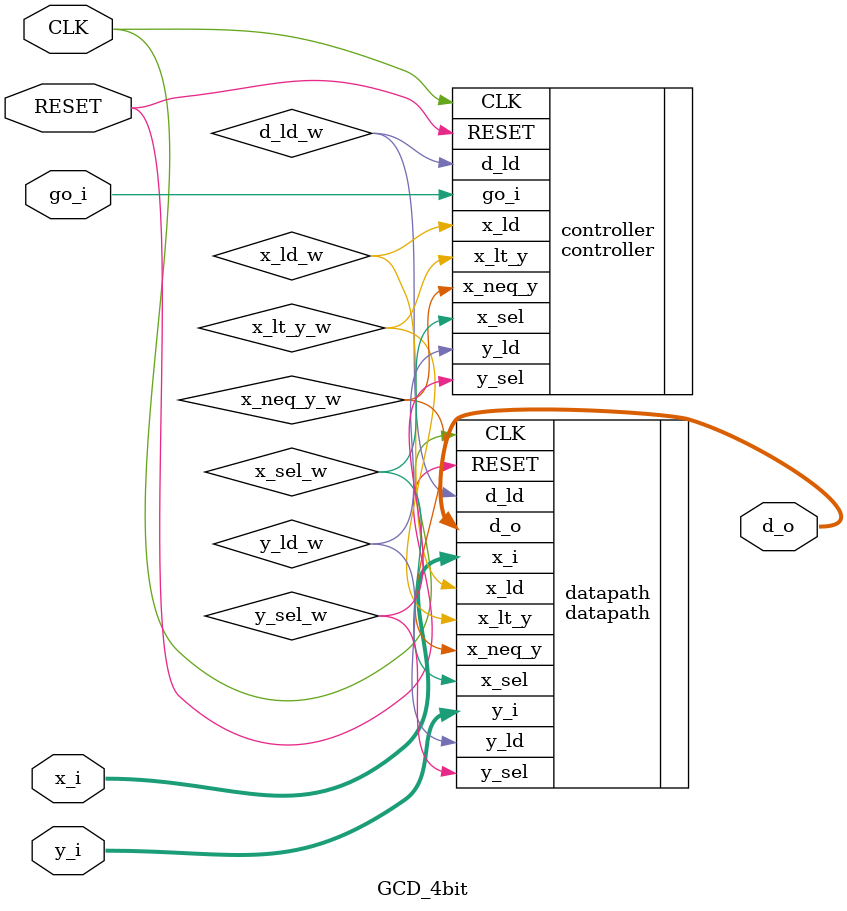
<source format=v>
`timescale 1ns / 1ps

// GCD top module.
module GCD_4bit(
    input [3:0] x_i,
    input [3:0] y_i,
    input go_i,
	 input CLK,
	 input RESET,
    output [3:0] d_o
    );

//Wires connecting the controller and datapath
wire x_sel_w, y_sel_w, x_ld_w, y_ld_w, d_ld_w; // Wires from the controller to the datapath
wire x_neq_y_w, x_lt_y_w;					// Wires from the datapath to the controller

// Controller instance
controller controller(
	.CLK(CLK),
	.RESET(RESET),
	.go_i(go_i),
	.x_sel(x_sel_w),
	.x_ld(x_ld_w),
	.y_sel(y_sel_w),
	.y_ld(y_ld_w),
	.x_neq_y(x_neq_y_w),
	.x_lt_y(x_lt_y_w),
	.d_ld(d_ld_w));

// Datapath instance
datapath datapath(
	.x_i(x_i),
	.y_i(y_i),
	.CLK(CLK),
	.RESET(RESET),
	.x_sel(x_sel_w),
	.x_ld(x_ld_w),
	.y_sel(y_sel_w),
	.y_ld(y_ld_w),
	.d_ld(d_ld_w),
	.x_neq_y(x_neq_y_w),
	.x_lt_y(x_lt_y_w),
	.d_o(d_o));

endmodule

</source>
